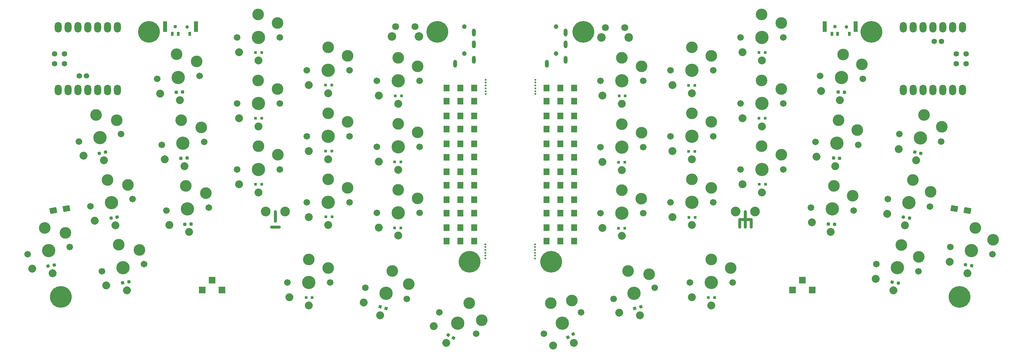
<source format=gts>
G04 #@! TF.GenerationSoftware,KiCad,Pcbnew,9.0.4*
G04 #@! TF.CreationDate,2025-08-27T21:58:08-05:00*
G04 #@! TF.ProjectId,totem_0_3,746f7465-6d5f-4305-9f33-2e6b69636164,0.3*
G04 #@! TF.SameCoordinates,Original*
G04 #@! TF.FileFunction,Soldermask,Top*
G04 #@! TF.FilePolarity,Negative*
%FSLAX46Y46*%
G04 Gerber Fmt 4.6, Leading zero omitted, Abs format (unit mm)*
G04 Created by KiCad (PCBNEW 9.0.4) date 2025-08-27 21:58:08*
%MOMM*%
%LPD*%
G01*
G04 APERTURE LIST*
G04 Aperture macros list*
%AMRotRect*
0 Rectangle, with rotation*
0 The origin of the aperture is its center*
0 $1 length*
0 $2 width*
0 $3 Rotation angle, in degrees counterclockwise*
0 Add horizontal line*
21,1,$1,$2,0,0,$3*%
G04 Aperture macros list end*
%ADD10C,0.750000*%
%ADD11C,1.701800*%
%ADD12C,3.429000*%
%ADD13C,2.032000*%
%ADD14R,1.500000X1.800000*%
%ADD15C,0.500000*%
%ADD16RotRect,0.800000X0.800000X260.000000*%
%ADD17R,0.800000X0.800000*%
%ADD18C,5.600000*%
%ADD19C,1.200000*%
%ADD20O,1.000000X2.000000*%
%ADD21O,1.800000X2.750000*%
%ADD22C,1.397000*%
%ADD23RotRect,0.800000X0.800000X274.000000*%
%ADD24C,2.500000*%
%ADD25RotRect,0.800000X0.800000X280.000000*%
%ADD26RotRect,0.800000X0.800000X266.000000*%
%ADD27C,0.900000*%
%ADD28R,0.700000X1.000000*%
%ADD29R,1.000000X2.800000*%
%ADD30C,2.200000*%
%ADD31C,1.800000*%
%ADD32RotRect,1.800000X1.500000X170.000000*%
%ADD33R,1.800000X1.800000*%
%ADD34RotRect,0.800000X0.800000X240.000000*%
%ADD35RotRect,1.800000X1.500000X10.000000*%
%ADD36RotRect,0.800000X0.800000X285.000000*%
%ADD37RotRect,0.800000X0.800000X300.000000*%
%ADD38RotRect,0.800000X0.800000X255.000000*%
%ADD39C,3.000000*%
G04 APERTURE END LIST*
D10*
X89500000Y-99000000D02*
X89500000Y-101500000D01*
X88500000Y-103000000D02*
X90500000Y-103000000D01*
X210500000Y-99000000D02*
X210500000Y-103000000D01*
X212000000Y-101000000D02*
X212000000Y-103000000D01*
X209000000Y-101000000D02*
X209000000Y-103000000D01*
X209000000Y-101000000D02*
X212000000Y-101000000D01*
D11*
X44838180Y-114436364D03*
D12*
X50254623Y-113481299D03*
D11*
X55671066Y-112526234D03*
D13*
X51279147Y-119291665D03*
X45990447Y-118091809D03*
D14*
X162872435Y-67194348D03*
X162872435Y-70594348D03*
X137127565Y-74393348D03*
X137127565Y-77793348D03*
D11*
X92603165Y-117314348D03*
D12*
X98103165Y-117314348D03*
D11*
X103603165Y-117314348D03*
D13*
X98103165Y-123214348D03*
X93103165Y-121114348D03*
D11*
X115629205Y-99324989D03*
D12*
X121129205Y-99324989D03*
D11*
X126629205Y-99324989D03*
D13*
X121129205Y-105224989D03*
X116129205Y-103124989D03*
D11*
X59044212Y-64830392D03*
D12*
X64530814Y-64446731D03*
D11*
X70017416Y-64063070D03*
D13*
X64942377Y-70332359D03*
X59808068Y-68586257D03*
D15*
X156392565Y-107434348D03*
X156392565Y-108174348D03*
X156392565Y-108914348D03*
X156392565Y-109654348D03*
X156392565Y-110394348D03*
X156392565Y-111134348D03*
D16*
X267224308Y-112722163D03*
X268800000Y-113000001D03*
D11*
X79629229Y-71168188D03*
D12*
X85129229Y-71168188D03*
D11*
X90629229Y-71168188D03*
D13*
X85129229Y-77068188D03*
X80129229Y-74968188D03*
D11*
X173253285Y-99410067D03*
D12*
X178753285Y-99410067D03*
D11*
X184253285Y-99410067D03*
D13*
X178753285Y-105310067D03*
X173753285Y-103210067D03*
D11*
X227430087Y-97987331D03*
D12*
X232916689Y-98370992D03*
D11*
X238403291Y-98754653D03*
D13*
X232505126Y-104256620D03*
X227663794Y-101812953D03*
D17*
X120200000Y-103200000D03*
X121800000Y-103200000D03*
D18*
X139500000Y-112000000D03*
D19*
X161800000Y-51300000D03*
X161800000Y-58300000D03*
D20*
X164200000Y-52900000D03*
X164200000Y-55900000D03*
X164200000Y-59900000D03*
X159400000Y-60900000D03*
D21*
X266420000Y-51505000D03*
X263880000Y-51505000D03*
X261340000Y-51505000D03*
X258800000Y-51505000D03*
X256260000Y-51505000D03*
X253720000Y-51505000D03*
X251180000Y-51505000D03*
X251180000Y-67695000D03*
X253720000Y-67695000D03*
X256260000Y-67695000D03*
X258800000Y-67695000D03*
X261340000Y-67695000D03*
X263880000Y-67695000D03*
X266420000Y-67695000D03*
D22*
X267372000Y-58330000D03*
X267372000Y-60870000D03*
X264832000Y-58330000D03*
X264832000Y-60870000D03*
X259117000Y-55155000D03*
X261022000Y-55155000D03*
D23*
X66203898Y-102311610D03*
X67800000Y-102200000D03*
D11*
X25736122Y-110044413D03*
D12*
X31152565Y-109089348D03*
D11*
X36569008Y-108134283D03*
D13*
X32177089Y-114899714D03*
X26888389Y-113699858D03*
D24*
X213000000Y-99000000D03*
D14*
X166422435Y-103194348D03*
X166422435Y-106594348D03*
X159322435Y-81597348D03*
X159322435Y-84997348D03*
D17*
X178000000Y-69200000D03*
X179600000Y-69200000D03*
D11*
X250136122Y-79059283D03*
D12*
X255552565Y-80014348D03*
D11*
X260969008Y-80969413D03*
D13*
X254528041Y-85824714D03*
X249968663Y-82888377D03*
D24*
X92000000Y-99000000D03*
D11*
X112714973Y-118665843D03*
D12*
X118027565Y-120089348D03*
D11*
X123340157Y-121512853D03*
D13*
X116500533Y-125788310D03*
X112214423Y-122465771D03*
D17*
X177900000Y-103300000D03*
X179500000Y-103300000D03*
D16*
X251224308Y-100422162D03*
X252800000Y-100700000D03*
D11*
X79629229Y-54167968D03*
D12*
X85129229Y-54167968D03*
D11*
X90629229Y-54167968D03*
D13*
X85129229Y-60067968D03*
X80129229Y-57967968D03*
D14*
X162872435Y-88796348D03*
X162872435Y-92196348D03*
D25*
X47212154Y-100738919D03*
X48787846Y-100461081D03*
D17*
X195900000Y-83500000D03*
X197500000Y-83500000D03*
D11*
X263286122Y-108134283D03*
D12*
X268702565Y-109089348D03*
D11*
X274119008Y-110044413D03*
D13*
X267678041Y-114899714D03*
X263118663Y-111963377D03*
D26*
X233203898Y-85188390D03*
X234800000Y-85300000D03*
D18*
X34300000Y-121014348D03*
D17*
X84400000Y-58000000D03*
X86000000Y-58000000D03*
D14*
X166422435Y-67194348D03*
X166422435Y-70594348D03*
D11*
X191253205Y-96604887D03*
D12*
X196753205Y-96604887D03*
D11*
X202253205Y-96604887D03*
D13*
X196753205Y-102504887D03*
X191753205Y-100404887D03*
D14*
X140677565Y-67194348D03*
X140677565Y-70594348D03*
D27*
X63750000Y-51350000D03*
X66750000Y-51400000D03*
D28*
X67500000Y-53200000D03*
X64500000Y-53200000D03*
X63000000Y-53200000D03*
D29*
X69100000Y-51300000D03*
X61150000Y-51300000D03*
D30*
X180500000Y-54100000D03*
X173500000Y-54100000D03*
D31*
X179500000Y-51560000D03*
X174500000Y-51560000D03*
D18*
X265700000Y-121000000D03*
X243000000Y-52700000D03*
D11*
X176564973Y-121512853D03*
D12*
X181877565Y-120089348D03*
D11*
X187190157Y-118665843D03*
D13*
X183404597Y-125788310D03*
X178031448Y-125053961D03*
D32*
X267674173Y-98795202D03*
X264325827Y-98204798D03*
D11*
X158664063Y-130514348D03*
D12*
X163427203Y-127764348D03*
D11*
X168190343Y-125014348D03*
D13*
X166377203Y-132873898D03*
X160997076Y-133555245D03*
D14*
X162872435Y-81597348D03*
X162872435Y-84997348D03*
D11*
X228615963Y-81028523D03*
D12*
X234102565Y-81412184D03*
D11*
X239589167Y-81795845D03*
D13*
X233691002Y-87297812D03*
X228849670Y-84854145D03*
D11*
X173253245Y-65324549D03*
D12*
X178753245Y-65324549D03*
D11*
X184253245Y-65324549D03*
D13*
X178753245Y-71224549D03*
X173753245Y-69124549D03*
D11*
X115629205Y-65324549D03*
D12*
X121129205Y-65324549D03*
D11*
X126629205Y-65324549D03*
D13*
X121129205Y-71224549D03*
X116129205Y-69124549D03*
D11*
X97629241Y-62604447D03*
D12*
X103129241Y-62604447D03*
D11*
X108629241Y-62604447D03*
D13*
X103129241Y-68504447D03*
X98129241Y-66404447D03*
D14*
X137127565Y-103194348D03*
X137127565Y-106594348D03*
D27*
X233550000Y-51350000D03*
X236550000Y-51400000D03*
D28*
X237300000Y-53200000D03*
X234300000Y-53200000D03*
X232800000Y-53200000D03*
D29*
X238900000Y-51300000D03*
X230950000Y-51300000D03*
D11*
X60230088Y-81789200D03*
D12*
X65716690Y-81405539D03*
D11*
X71203292Y-81021878D03*
D13*
X66128253Y-87291167D03*
X60993944Y-85545065D03*
D11*
X191253205Y-79604667D03*
D12*
X196753205Y-79604667D03*
D11*
X202253205Y-79604667D03*
D13*
X196753205Y-85504667D03*
X191753205Y-83404667D03*
D17*
X196000000Y-100500000D03*
X197600000Y-100500000D03*
D11*
X97629241Y-79604667D03*
D12*
X103129241Y-79604667D03*
D11*
X108629241Y-79604667D03*
D13*
X103129241Y-85504667D03*
X98129241Y-83404667D03*
D33*
X70660000Y-119270000D03*
X73200000Y-116730000D03*
X75740000Y-119270000D03*
D11*
X247184063Y-95801232D03*
D12*
X252600506Y-96756297D03*
D11*
X258016949Y-97711362D03*
D13*
X251575982Y-102566663D03*
X247016604Y-99630326D03*
D14*
X137127565Y-88796348D03*
X137127565Y-92196348D03*
X137127565Y-81597348D03*
X137127565Y-84997348D03*
X159322435Y-103194348D03*
X159322435Y-106594348D03*
D26*
X231903898Y-102188390D03*
X233500000Y-102300000D03*
D14*
X162872435Y-103194348D03*
X162872435Y-106594348D03*
X133577565Y-74393348D03*
X133577565Y-77793348D03*
D11*
X61415963Y-98748009D03*
D12*
X66902565Y-98364348D03*
D11*
X72389167Y-97980687D03*
D13*
X67314128Y-104249976D03*
X62179819Y-102503874D03*
D17*
X177900000Y-86300000D03*
X179500000Y-86300000D03*
D14*
X159322435Y-67194348D03*
X159322435Y-70594348D03*
D11*
X131714425Y-125014348D03*
D12*
X136477565Y-127764348D03*
D11*
X141240705Y-130514348D03*
D13*
X133527565Y-132873898D03*
X130247438Y-128555245D03*
D17*
X102400000Y-83400000D03*
X104000000Y-83400000D03*
D18*
X57000000Y-52700000D03*
D11*
X209253165Y-71168188D03*
D12*
X214753165Y-71168188D03*
D11*
X220253165Y-71168188D03*
D13*
X214753165Y-77068188D03*
X209753165Y-74968188D03*
D15*
X143597565Y-111134348D03*
X143597565Y-110394348D03*
X143597565Y-109654348D03*
X143597565Y-108914348D03*
X143597565Y-108174348D03*
X143597565Y-107434348D03*
D14*
X162872435Y-95995348D03*
X162872435Y-99395348D03*
D24*
X208000000Y-99000000D03*
D14*
X159322435Y-88796348D03*
X159322435Y-92196348D03*
D11*
X38934066Y-80952466D03*
D12*
X44350509Y-79997401D03*
D11*
X49766952Y-79042336D03*
D13*
X45375033Y-85807767D03*
X40086333Y-84607911D03*
D14*
X166422435Y-95995348D03*
X166422435Y-99395348D03*
X133577565Y-88796348D03*
X133577565Y-92196348D03*
D25*
X50200000Y-117400000D03*
X51775692Y-117122162D03*
D17*
X214000000Y-58000000D03*
X215600000Y-58000000D03*
X120400000Y-69200000D03*
X122000000Y-69200000D03*
X84400000Y-75000000D03*
X86000000Y-75000000D03*
X97400000Y-121200000D03*
X99000000Y-121200000D03*
D34*
X134014360Y-130800000D03*
X135400000Y-131600000D03*
D11*
X209253165Y-54167968D03*
D12*
X214753165Y-54167968D03*
D11*
X220253165Y-54167968D03*
D13*
X214753165Y-60067968D03*
X209753165Y-57967968D03*
D30*
X126500000Y-53840000D03*
X119500000Y-53840000D03*
D31*
X125500000Y-51300000D03*
X120500000Y-51300000D03*
D11*
X229801838Y-64069714D03*
D12*
X235288440Y-64453375D03*
D11*
X240775042Y-64837036D03*
D13*
X234876877Y-70339003D03*
X230035545Y-67895336D03*
D11*
X244232008Y-112543180D03*
D12*
X249648451Y-113498245D03*
D11*
X255064894Y-114453310D03*
D13*
X248623927Y-119308611D03*
X244064549Y-116372274D03*
D11*
X196278165Y-117314348D03*
D12*
X201778165Y-117314348D03*
D11*
X207278165Y-117314348D03*
D13*
X201778165Y-123214348D03*
X196778165Y-121114348D03*
D35*
X32325827Y-98795202D03*
X35674173Y-98204798D03*
D36*
X182054518Y-124014110D03*
X183600000Y-123600000D03*
D14*
X140677565Y-81592348D03*
X140677565Y-84992348D03*
D23*
X64003898Y-68311610D03*
X65600000Y-68200000D03*
D17*
X102500000Y-100400000D03*
X104100000Y-100400000D03*
D14*
X133577565Y-81597348D03*
X133577565Y-84997348D03*
X159322435Y-95995348D03*
X159322435Y-99395348D03*
D19*
X138200000Y-51300000D03*
X138200000Y-58300000D03*
D20*
X140600000Y-52900000D03*
X140600000Y-55900000D03*
X140600000Y-59900000D03*
X135800000Y-60900000D03*
D11*
X209253165Y-88168408D03*
D12*
X214753165Y-88168408D03*
D11*
X220253165Y-88168408D03*
D13*
X214753165Y-94068408D03*
X209753165Y-91968408D03*
D17*
X214000000Y-75000000D03*
X215600000Y-75000000D03*
D37*
X164807180Y-131400000D03*
X166192820Y-130600000D03*
D14*
X140677565Y-95995348D03*
X140677565Y-99395348D03*
D15*
X156422565Y-65034348D03*
X156422565Y-65774348D03*
X156422565Y-66514348D03*
X156422565Y-67254348D03*
X156422565Y-67994348D03*
X156422565Y-68734348D03*
D23*
X65203898Y-85311610D03*
X66800000Y-85200000D03*
D16*
X248324308Y-117222162D03*
X249900000Y-117500000D03*
D26*
X234400000Y-68200000D03*
X235996102Y-68311610D03*
D11*
X97629241Y-96604887D03*
D12*
X103129241Y-96604887D03*
D11*
X108629241Y-96604887D03*
D13*
X103129241Y-102504887D03*
X98129241Y-100404887D03*
D14*
X140677565Y-88796348D03*
X140677565Y-92196348D03*
X133577565Y-103194348D03*
X133577565Y-106594348D03*
X137127565Y-67194348D03*
X137127565Y-70594348D03*
D17*
X195900000Y-66500000D03*
X197500000Y-66500000D03*
D14*
X133577565Y-67194348D03*
X133577565Y-70594348D03*
D17*
X214100000Y-92000000D03*
X215700000Y-92000000D03*
D16*
X254124308Y-83722162D03*
X255700000Y-84000000D03*
D38*
X116454518Y-123585890D03*
X118000000Y-124000000D03*
D24*
X87000000Y-99000000D03*
D14*
X137127565Y-95995348D03*
X137127565Y-99395348D03*
X166422435Y-81597348D03*
X166422435Y-84997348D03*
D17*
X120200000Y-86200000D03*
X121800000Y-86200000D03*
D33*
X222660000Y-119245000D03*
X225200000Y-116705000D03*
X227740000Y-119245000D03*
D14*
X140677565Y-103194348D03*
X140677565Y-106594348D03*
X159322435Y-74393348D03*
X159322435Y-77793348D03*
D25*
X44200000Y-84000000D03*
X45775692Y-83722162D03*
D18*
X160500000Y-112000000D03*
D17*
X84400000Y-92000000D03*
X86000000Y-92000000D03*
D14*
X140677565Y-74393348D03*
X140677565Y-77793348D03*
D11*
X115629205Y-82324769D03*
D12*
X121129205Y-82324769D03*
D11*
X126629205Y-82324769D03*
D13*
X121129205Y-88224769D03*
X116129205Y-86124769D03*
D11*
X79629229Y-88168408D03*
D12*
X85129229Y-88168408D03*
D11*
X90629229Y-88168408D03*
D13*
X85129229Y-94068408D03*
X80129229Y-91968408D03*
D11*
X41886122Y-97694413D03*
D12*
X47302565Y-96739348D03*
D11*
X52719008Y-95784283D03*
D13*
X48327089Y-102549714D03*
X43038389Y-101349858D03*
D18*
X131200000Y-52700000D03*
D14*
X166422435Y-74393348D03*
X166422435Y-77793348D03*
X166422435Y-88796348D03*
X166422435Y-92196348D03*
D17*
X201000000Y-121200000D03*
X202600000Y-121200000D03*
D11*
X191253205Y-62604447D03*
D12*
X196753205Y-62604447D03*
D11*
X202253205Y-62604447D03*
D13*
X196753205Y-68504447D03*
X191753205Y-66404447D03*
D11*
X173253285Y-82409847D03*
D12*
X178753285Y-82409847D03*
D11*
X184253285Y-82409847D03*
D13*
X178753285Y-88309847D03*
X173753285Y-86209847D03*
D17*
X102400000Y-66400000D03*
X104000000Y-66400000D03*
D25*
X31012154Y-113077838D03*
X32587846Y-112800000D03*
D14*
X133577565Y-95995348D03*
X133577565Y-99395348D03*
D15*
X143627565Y-68734348D03*
X143627565Y-67994348D03*
X143627565Y-67254348D03*
X143627565Y-66514348D03*
X143627565Y-65774348D03*
X143627565Y-65034348D03*
D21*
X33580000Y-67695000D03*
X36120000Y-67695000D03*
X38660000Y-67695000D03*
X41200000Y-67695000D03*
X43740000Y-67695000D03*
X46280000Y-67695000D03*
X48820000Y-67695000D03*
X48820000Y-51505000D03*
X46280000Y-51505000D03*
X43740000Y-51505000D03*
X41200000Y-51505000D03*
X38660000Y-51505000D03*
X36120000Y-51505000D03*
X33580000Y-51505000D03*
D22*
X32628000Y-60870000D03*
X32628000Y-58330000D03*
X35168000Y-60870000D03*
X35168000Y-58330000D03*
X40883000Y-64045000D03*
X38978000Y-64045000D03*
D18*
X168800000Y-52700000D03*
D14*
X162872435Y-74393348D03*
X162872435Y-77793348D03*
D39*
X274280006Y-106272170D03*
X269737994Y-103237352D03*
X201739000Y-92890000D03*
X196739000Y-90690000D03*
X238155390Y-94961527D03*
X233321034Y-92418103D03*
X126109000Y-95590000D03*
X121109000Y-93390000D03*
X123850423Y-117743662D03*
X119590195Y-114324530D03*
X183759000Y-61590000D03*
X178759000Y-59390000D03*
X51588678Y-92157829D03*
X46282614Y-90859493D03*
X70446965Y-77318103D03*
X65305681Y-75472245D03*
X183759000Y-78690000D03*
X178759000Y-76490000D03*
X255209000Y-110690000D03*
X250666988Y-107655182D03*
X219739000Y-50440000D03*
X214739000Y-48240000D03*
X126109000Y-78590000D03*
X121109000Y-76390000D03*
X90109000Y-67390000D03*
X85109000Y-65190000D03*
X219739000Y-84390000D03*
X214739000Y-82190000D03*
X201739000Y-58890000D03*
X196739000Y-56690000D03*
X108139000Y-58890000D03*
X103139000Y-56690000D03*
X69250284Y-60335859D03*
X64109000Y-58490001D03*
X90139000Y-84390000D03*
X85139000Y-82190000D03*
X35462032Y-104539168D03*
X30155968Y-103240832D03*
X258180006Y-93926334D03*
X253637994Y-90891516D03*
X108109000Y-75890000D03*
X103109000Y-73690000D03*
X90109000Y-50390000D03*
X85109000Y-48190000D03*
X48662032Y-75439168D03*
X43355968Y-74140832D03*
X142689128Y-126995256D03*
X139459000Y-122590000D03*
X185708032Y-115186339D03*
X180309000Y-114355397D03*
X261109000Y-77190000D03*
X256566988Y-74155182D03*
X183739000Y-95690000D03*
X178739000Y-93490000D03*
X71609000Y-94290000D03*
X66467716Y-92444142D03*
X54515064Y-108888336D03*
X49209000Y-107590000D03*
X239343356Y-77983424D03*
X234509000Y-75440000D03*
X126109000Y-61590000D03*
X121109000Y-59390000D03*
X103109000Y-113590000D03*
X98109000Y-111390000D03*
X240526178Y-61061712D03*
X235691822Y-58518288D03*
X201739000Y-75890000D03*
X196739000Y-73690000D03*
X108109000Y-92890000D03*
X103109000Y-90690000D03*
X206759000Y-113590000D03*
X201759000Y-111390000D03*
X219739000Y-67390000D03*
X214739000Y-65190000D03*
X165871031Y-121992628D03*
X160440903Y-122587372D03*
M02*

</source>
